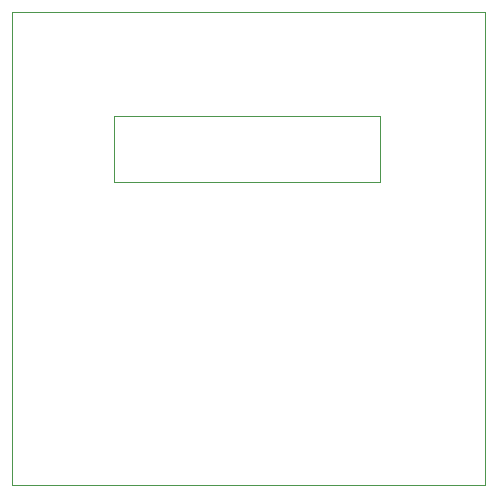
<source format=gbr>
G04 #@! TF.GenerationSoftware,KiCad,Pcbnew,(5.1.4)-1*
G04 #@! TF.CreationDate,2019-10-10T18:24:03+02:00*
G04 #@! TF.ProjectId,Top,546f702e-6b69-4636-9164-5f7063625858,rev?*
G04 #@! TF.SameCoordinates,Original*
G04 #@! TF.FileFunction,Profile,NP*
%FSLAX46Y46*%
G04 Gerber Fmt 4.6, Leading zero omitted, Abs format (unit mm)*
G04 Created by KiCad (PCBNEW (5.1.4)-1) date 2019-10-10 18:24:03*
%MOMM*%
%LPD*%
G04 APERTURE LIST*
%ADD10C,0.100000*%
G04 APERTURE END LIST*
D10*
X130500000Y-95500000D02*
X170500000Y-95500000D01*
X130500000Y-135500000D02*
X130500000Y-95500000D01*
X170500000Y-135500000D02*
X130500000Y-135500000D01*
X170500000Y-95500000D02*
X170500000Y-135500000D01*
X139130000Y-109910000D02*
X139130000Y-104310000D01*
X161630000Y-109910000D02*
X139130000Y-109910000D01*
X161630000Y-104310000D02*
X161630000Y-109910000D01*
X139130000Y-104310000D02*
X161630000Y-104310000D01*
M02*

</source>
